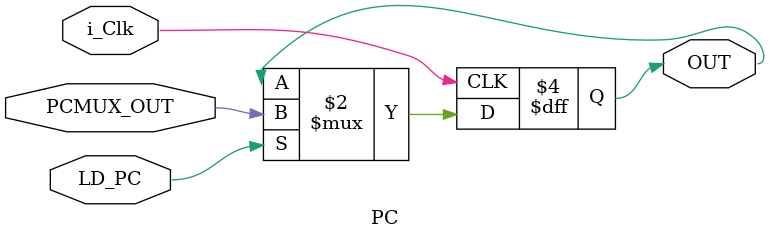
<source format=v>
module PC(input i_Clk,
          input LD_PC,
          input PCMUX_OUT,
          output reg OUT);

    always@(posedge i_Clk)
        begin
            if(LD_PC) OUT <= PCMUX_OUT;
        end
endmodule
</source>
